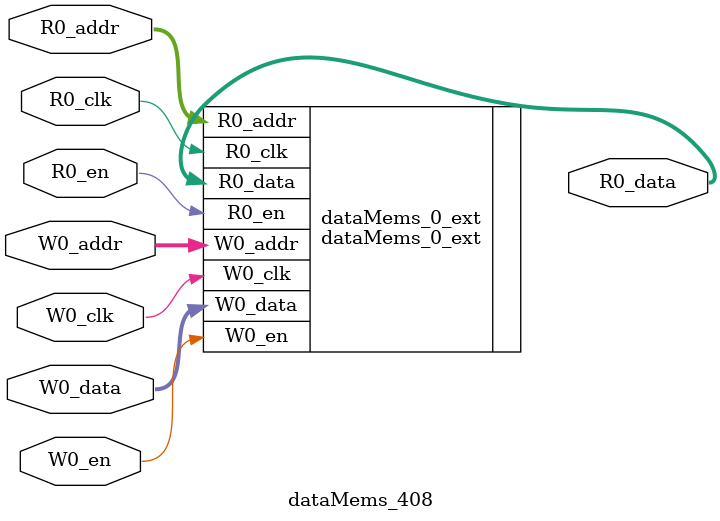
<source format=sv>
`ifndef RANDOMIZE
  `ifdef RANDOMIZE_REG_INIT
    `define RANDOMIZE
  `endif // RANDOMIZE_REG_INIT
`endif // not def RANDOMIZE
`ifndef RANDOMIZE
  `ifdef RANDOMIZE_MEM_INIT
    `define RANDOMIZE
  `endif // RANDOMIZE_MEM_INIT
`endif // not def RANDOMIZE

`ifndef RANDOM
  `define RANDOM $random
`endif // not def RANDOM

// Users can define 'PRINTF_COND' to add an extra gate to prints.
`ifndef PRINTF_COND_
  `ifdef PRINTF_COND
    `define PRINTF_COND_ (`PRINTF_COND)
  `else  // PRINTF_COND
    `define PRINTF_COND_ 1
  `endif // PRINTF_COND
`endif // not def PRINTF_COND_

// Users can define 'ASSERT_VERBOSE_COND' to add an extra gate to assert error printing.
`ifndef ASSERT_VERBOSE_COND_
  `ifdef ASSERT_VERBOSE_COND
    `define ASSERT_VERBOSE_COND_ (`ASSERT_VERBOSE_COND)
  `else  // ASSERT_VERBOSE_COND
    `define ASSERT_VERBOSE_COND_ 1
  `endif // ASSERT_VERBOSE_COND
`endif // not def ASSERT_VERBOSE_COND_

// Users can define 'STOP_COND' to add an extra gate to stop conditions.
`ifndef STOP_COND_
  `ifdef STOP_COND
    `define STOP_COND_ (`STOP_COND)
  `else  // STOP_COND
    `define STOP_COND_ 1
  `endif // STOP_COND
`endif // not def STOP_COND_

// Users can define INIT_RANDOM as general code that gets injected into the
// initializer block for modules with registers.
`ifndef INIT_RANDOM
  `define INIT_RANDOM
`endif // not def INIT_RANDOM

// If using random initialization, you can also define RANDOMIZE_DELAY to
// customize the delay used, otherwise 0.002 is used.
`ifndef RANDOMIZE_DELAY
  `define RANDOMIZE_DELAY 0.002
`endif // not def RANDOMIZE_DELAY

// Define INIT_RANDOM_PROLOG_ for use in our modules below.
`ifndef INIT_RANDOM_PROLOG_
  `ifdef RANDOMIZE
    `ifdef VERILATOR
      `define INIT_RANDOM_PROLOG_ `INIT_RANDOM
    `else  // VERILATOR
      `define INIT_RANDOM_PROLOG_ `INIT_RANDOM #`RANDOMIZE_DELAY begin end
    `endif // VERILATOR
  `else  // RANDOMIZE
    `define INIT_RANDOM_PROLOG_
  `endif // RANDOMIZE
`endif // not def INIT_RANDOM_PROLOG_

// Include register initializers in init blocks unless synthesis is set
`ifndef SYNTHESIS
  `ifndef ENABLE_INITIAL_REG_
    `define ENABLE_INITIAL_REG_
  `endif // not def ENABLE_INITIAL_REG_
`endif // not def SYNTHESIS

// Include rmemory initializers in init blocks unless synthesis is set
`ifndef SYNTHESIS
  `ifndef ENABLE_INITIAL_MEM_
    `define ENABLE_INITIAL_MEM_
  `endif // not def ENABLE_INITIAL_MEM_
`endif // not def SYNTHESIS

module dataMems_408(	// @[generators/ara/src/main/scala/UnsafeAXI4ToTL.scala:365:62]
  input  [4:0]  R0_addr,
  input         R0_en,
  input         R0_clk,
  output [66:0] R0_data,
  input  [4:0]  W0_addr,
  input         W0_en,
  input         W0_clk,
  input  [66:0] W0_data
);

  dataMems_0_ext dataMems_0_ext (	// @[generators/ara/src/main/scala/UnsafeAXI4ToTL.scala:365:62]
    .R0_addr (R0_addr),
    .R0_en   (R0_en),
    .R0_clk  (R0_clk),
    .R0_data (R0_data),
    .W0_addr (W0_addr),
    .W0_en   (W0_en),
    .W0_clk  (W0_clk),
    .W0_data (W0_data)
  );
endmodule


</source>
